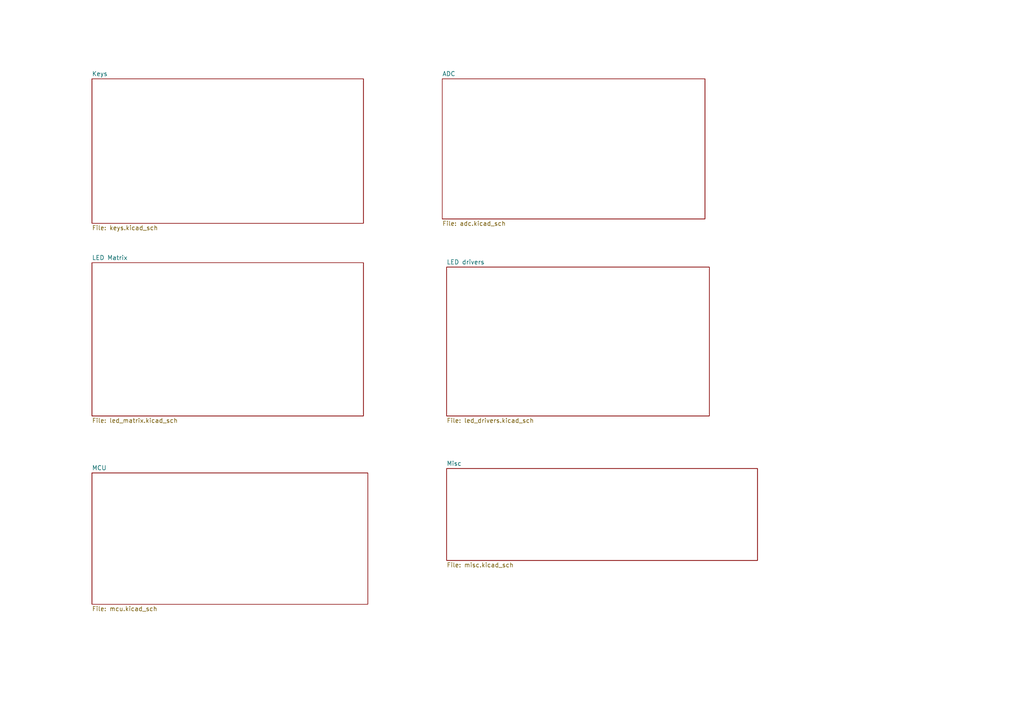
<source format=kicad_sch>
(kicad_sch (version 20211123) (generator eeschema)
  (paper "A4")
  (lib_symbols)
  (sheet (at 26.67 22.86) (size 78.74 41.91) (stroke (width 0.1524))
    (property "Sheet name" "Keys" (at 26.67 22.1484 0) (effects (justify left bottom)))
    (property "Sheet file" "keys.kicad_sch" (at 26.67 65.3546 0) (effects (justify left top)))
  )
  (sheet (at 128.27 22.86) (size 76.2 40.64) (stroke (width 0.1524))
    (property "Sheet name" "ADC" (at 128.27 22.1484 0) (effects (justify left bottom)))
    (property "Sheet file" "adc.kicad_sch" (at 128.27 64.0846 0) (effects (justify left top)))
  )
  (sheet (at 129.54 135.89) (size 90.17 26.67) (stroke (width 0.1524))
    (property "Sheet name" "Misc" (at 129.54 135.1784 0) (effects (justify left bottom)))
    (property "Sheet file" "misc.kicad_sch" (at 129.54 163.1446 0) (effects (justify left top)))
  )
  (sheet (at 26.67 76.2) (size 78.74 44.45) (stroke (width 0.1524))
    (property "Sheet name" "LED Matrix" (at 26.67 75.4884 0) (effects (justify left bottom)))
    (property "Sheet file" "led_matrix.kicad_sch" (at 26.67 121.2346 0) (effects (justify left top)))
  )
  (sheet (at 129.54 77.47) (size 76.2 43.18) (stroke (width 0.1524))
    (property "Sheet name" "LED drivers" (at 129.54 76.7584 0) (effects (justify left bottom)))
    (property "Sheet file" "led_drivers.kicad_sch" (at 129.54 121.2346 0) (effects (justify left top)))
  )
  (sheet (at 26.67 137.16) (size 80.01 38.1) (stroke (width 0.1524))
    (property "Sheet name" "MCU" (at 26.67 136.4484 0) (effects (justify left bottom)))
    (property "Sheet file" "mcu.kicad_sch" (at 26.67 175.8446 0) (effects (justify left top)))
  )
)
</source>
